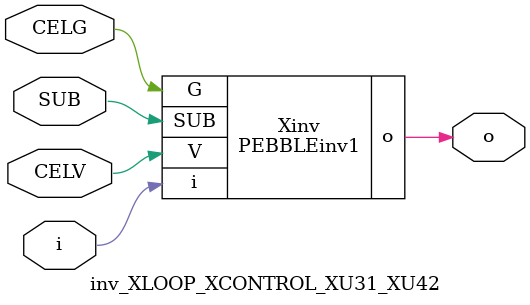
<source format=v>



module PEBBLEinv1 ( o, G, SUB, V, i );

  input V;
  input i;
  input G;
  output o;
  input SUB;
endmodule

//Celera Confidential Do Not Copy inv_XLOOP_XCONTROL_XU31_XU42
//Celera Confidential Symbol Generator
//5V Inverter
module inv_XLOOP_XCONTROL_XU31_XU42 (CELV,CELG,i,o,SUB);
input CELV;
input CELG;
input i;
input SUB;
output o;

//Celera Confidential Do Not Copy inv
PEBBLEinv1 Xinv(
.V (CELV),
.i (i),
.o (o),
.SUB (SUB),
.G (CELG)
);
//,diesize,PEBBLEinv1

//Celera Confidential Do Not Copy Module End
//Celera Schematic Generator
endmodule

</source>
